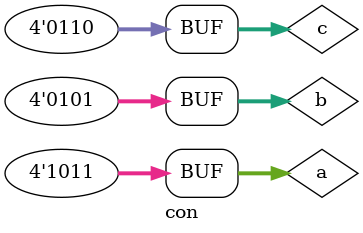
<source format=v>
module con;
  reg [3:0]a;
  reg [3:0]b,c;
  initial begin
    a=4'b1011;
    $monitor("%b,%b",b,c);
  end
  assign b=a>>1;
  assign c=a<<1;
endmodule

</source>
